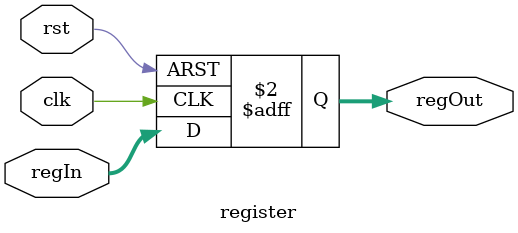
<source format=v>
module register(input clk, rst, input [7:0] regIn, output reg [7:0] regOut);

	always@(posedge clk, posedge rst) begin
		if(rst)
			regOut <= 8'd0;
		else
			regOut <= regIn;
	end

endmodule
</source>
